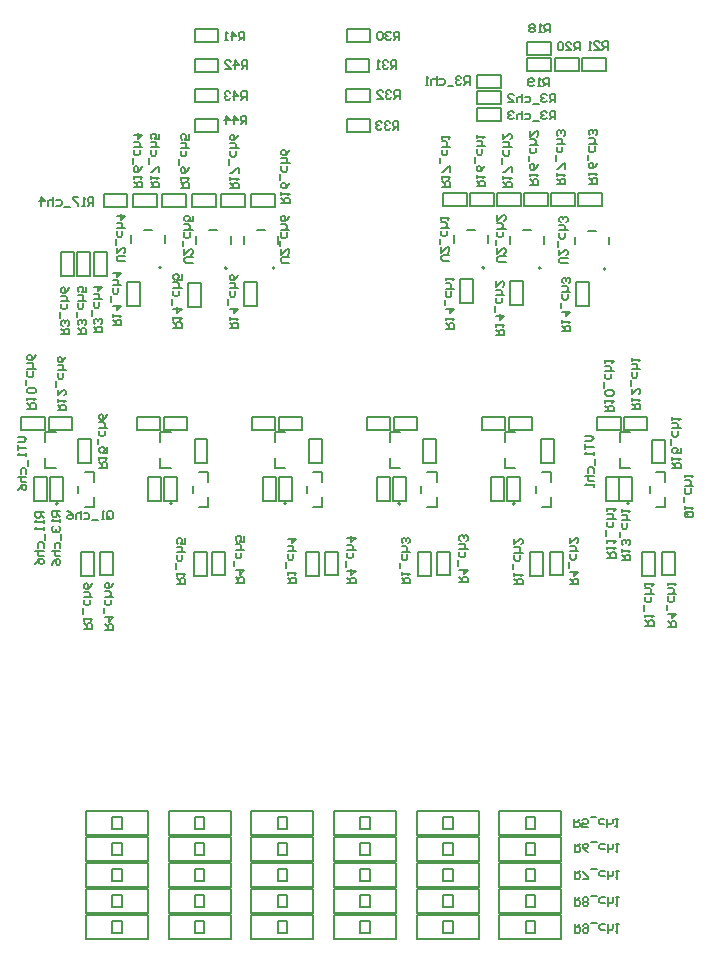
<source format=gbo>
G04*
G04 #@! TF.GenerationSoftware,Altium Limited,Altium Designer,20.0.13 (296)*
G04*
G04 Layer_Color=32896*
%FSLAX44Y44*%
%MOMM*%
G71*
G01*
G75*
%ADD10C,0.1500*%
%ADD12C,0.2000*%
%ADD16C,0.1270*%
D10*
X370697Y169000D02*
X423197D01*
Y148500D02*
Y169000D01*
X370697Y148500D02*
X423197D01*
X370697D02*
Y169000D01*
X400947Y154000D02*
Y163750D01*
X392947D02*
X400947D01*
X392947Y154000D02*
Y163750D01*
Y154000D02*
X400947D01*
X230682Y169000D02*
X283182D01*
Y148500D02*
Y169000D01*
X230682Y148500D02*
X283182D01*
X230682D02*
Y169000D01*
X260932Y154000D02*
Y163750D01*
X252932D02*
X260932D01*
X252932Y154000D02*
Y163750D01*
Y154000D02*
X260932D01*
X90667Y169000D02*
X143167D01*
Y148500D02*
Y169000D01*
X90667Y148500D02*
X143167D01*
X90667D02*
Y169000D01*
X120917Y154000D02*
Y163750D01*
X112917D02*
X120917D01*
X112917Y154000D02*
Y163750D01*
Y154000D02*
X120917D01*
X440705Y169000D02*
X493205D01*
Y148500D02*
Y169000D01*
X440705Y148500D02*
X493205D01*
X440705D02*
Y169000D01*
X470955Y154000D02*
Y163750D01*
X462955D02*
X470955D01*
X462955Y154000D02*
Y163750D01*
Y154000D02*
X470955D01*
X440705Y191000D02*
X493205D01*
Y170500D02*
Y191000D01*
X440705Y170500D02*
X493205D01*
X440705D02*
Y191000D01*
X470955Y176000D02*
Y185750D01*
X462955D02*
X470955D01*
X462955Y176000D02*
Y185750D01*
Y176000D02*
X470955D01*
X440705Y213000D02*
X493205D01*
Y192500D02*
Y213000D01*
X440705Y192500D02*
X493205D01*
X440705D02*
Y213000D01*
X470955Y198000D02*
Y207750D01*
X462955D02*
X470955D01*
X462955Y198000D02*
Y207750D01*
Y198000D02*
X470955D01*
X440705Y235000D02*
X493205D01*
Y214500D02*
Y235000D01*
X440705Y214500D02*
X493205D01*
X440705D02*
Y235000D01*
X470955Y220000D02*
Y229750D01*
X462955D02*
X470955D01*
X462955Y220000D02*
Y229750D01*
Y220000D02*
X470955D01*
X440705Y257000D02*
X493205D01*
Y236500D02*
Y257000D01*
X440705Y236500D02*
X493205D01*
X440705D02*
Y257000D01*
X470955Y242000D02*
Y251750D01*
X462955D02*
X470955D01*
X462955Y242000D02*
Y251750D01*
Y242000D02*
X470955D01*
X370697Y191000D02*
X423197D01*
Y170500D02*
Y191000D01*
X370697Y170500D02*
X423197D01*
X370697D02*
Y191000D01*
X400947Y176000D02*
Y185750D01*
X392947D02*
X400947D01*
X392947Y176000D02*
Y185750D01*
Y176000D02*
X400947D01*
X370697Y213000D02*
X423197D01*
Y192500D02*
Y213000D01*
X370697Y192500D02*
X423197D01*
X370697D02*
Y213000D01*
X400947Y198000D02*
Y207750D01*
X392947D02*
X400947D01*
X392947Y198000D02*
Y207750D01*
Y198000D02*
X400947D01*
X370697Y235000D02*
X423197D01*
Y214500D02*
Y235000D01*
X370697Y214500D02*
X423197D01*
X370697D02*
Y235000D01*
X400947Y220000D02*
Y229750D01*
X392947D02*
X400947D01*
X392947Y220000D02*
Y229750D01*
Y220000D02*
X400947D01*
X370697Y257000D02*
X423197D01*
Y236500D02*
Y257000D01*
X370697Y236500D02*
X423197D01*
X370697D02*
Y257000D01*
X400947Y242000D02*
Y251750D01*
X392947D02*
X400947D01*
X392947Y242000D02*
Y251750D01*
Y242000D02*
X400947D01*
X300690Y169000D02*
X353190D01*
Y148500D02*
Y169000D01*
X300690Y148500D02*
X353190D01*
X300690D02*
Y169000D01*
X330940Y154000D02*
Y163750D01*
X322940D02*
X330940D01*
X322940Y154000D02*
Y163750D01*
Y154000D02*
X330940D01*
X300690Y191000D02*
X353190D01*
Y170500D02*
Y191000D01*
X300690Y170500D02*
X353190D01*
X300690D02*
Y191000D01*
X330940Y176000D02*
Y185750D01*
X322940D02*
X330940D01*
X322940Y176000D02*
Y185750D01*
Y176000D02*
X330940D01*
X300690Y213000D02*
X353190D01*
Y192500D02*
Y213000D01*
X300690Y192500D02*
X353190D01*
X300690D02*
Y213000D01*
X330940Y198000D02*
Y207750D01*
X322940D02*
X330940D01*
X322940Y198000D02*
Y207750D01*
Y198000D02*
X330940D01*
X300690Y235000D02*
X353190D01*
Y214500D02*
Y235000D01*
X300690Y214500D02*
X353190D01*
X300690D02*
Y235000D01*
X330940Y220000D02*
Y229750D01*
X322940D02*
X330940D01*
X322940Y220000D02*
Y229750D01*
Y220000D02*
X330940D01*
X300690Y257000D02*
X353190D01*
Y236500D02*
Y257000D01*
X300690Y236500D02*
X353190D01*
X300690D02*
Y257000D01*
X330940Y242000D02*
Y251750D01*
X322940D02*
X330940D01*
X322940Y242000D02*
Y251750D01*
Y242000D02*
X330940D01*
X230682Y191000D02*
X283182D01*
Y170500D02*
Y191000D01*
X230682Y170500D02*
X283182D01*
X230682D02*
Y191000D01*
X260932Y176000D02*
Y185750D01*
X252932D02*
X260932D01*
X252932Y176000D02*
Y185750D01*
Y176000D02*
X260932D01*
X230682Y213000D02*
X283182D01*
Y192500D02*
Y213000D01*
X230682Y192500D02*
X283182D01*
X230682D02*
Y213000D01*
X260932Y198000D02*
Y207750D01*
X252932D02*
X260932D01*
X252932Y198000D02*
Y207750D01*
Y198000D02*
X260932D01*
X230682Y235000D02*
X283182D01*
Y214500D02*
Y235000D01*
X230682Y214500D02*
X283182D01*
X230682D02*
Y235000D01*
X260932Y220000D02*
Y229750D01*
X252932D02*
X260932D01*
X252932Y220000D02*
Y229750D01*
Y220000D02*
X260932D01*
X230682Y257000D02*
X283182D01*
Y236500D02*
Y257000D01*
X230682Y236500D02*
X283182D01*
X230682D02*
Y257000D01*
X260932Y242000D02*
Y251750D01*
X252932D02*
X260932D01*
X252932Y242000D02*
Y251750D01*
Y242000D02*
X260932D01*
X160675Y169000D02*
X213175D01*
Y148500D02*
Y169000D01*
X160675Y148500D02*
X213175D01*
X160675D02*
Y169000D01*
X190925Y154000D02*
Y163750D01*
X182925D02*
X190925D01*
X182925Y154000D02*
Y163750D01*
Y154000D02*
X190925D01*
X160675Y191000D02*
X213175D01*
Y170500D02*
Y191000D01*
X160675Y170500D02*
X213175D01*
X160675D02*
Y191000D01*
X190925Y176000D02*
Y185750D01*
X182925D02*
X190925D01*
X182925Y176000D02*
Y185750D01*
Y176000D02*
X190925D01*
X160675Y213000D02*
X213175D01*
Y192500D02*
Y213000D01*
X160675Y192500D02*
X213175D01*
X160675D02*
Y213000D01*
X190925Y198000D02*
Y207750D01*
X182925D02*
X190925D01*
X182925Y198000D02*
Y207750D01*
Y198000D02*
X190925D01*
X160675Y235000D02*
X213175D01*
Y214500D02*
Y235000D01*
X160675Y214500D02*
X213175D01*
X160675D02*
Y235000D01*
X190925Y220000D02*
Y229750D01*
X182925D02*
X190925D01*
X182925Y220000D02*
Y229750D01*
Y220000D02*
X190925D01*
X160675Y257000D02*
X213175D01*
Y236500D02*
Y257000D01*
X160675Y236500D02*
X213175D01*
X160675D02*
Y257000D01*
X190925Y242000D02*
Y251750D01*
X182925D02*
X190925D01*
X182925Y242000D02*
Y251750D01*
Y242000D02*
X190925D01*
X90667Y191000D02*
X143167D01*
Y170500D02*
Y191000D01*
X90667Y170500D02*
X143167D01*
X90667D02*
Y191000D01*
X120917Y176000D02*
Y185750D01*
X112917D02*
X120917D01*
X112917Y176000D02*
Y185750D01*
Y176000D02*
X120917D01*
X90667Y213000D02*
X143167D01*
Y192500D02*
Y213000D01*
X90667Y192500D02*
X143167D01*
X90667D02*
Y213000D01*
X120917Y198000D02*
Y207750D01*
X112917D02*
X120917D01*
X112917Y198000D02*
Y207750D01*
Y198000D02*
X120917D01*
X90667Y235000D02*
X143167D01*
Y214500D02*
Y235000D01*
X90667Y214500D02*
X143167D01*
X90667D02*
Y235000D01*
X120917Y220000D02*
Y229750D01*
X112917D02*
X120917D01*
X112917Y220000D02*
Y229750D01*
Y220000D02*
X120917D01*
X90667Y257000D02*
X143167D01*
Y236500D02*
Y257000D01*
X90667Y236500D02*
X143167D01*
X90667D02*
Y257000D01*
X120917Y242000D02*
Y251750D01*
X112917D02*
X120917D01*
X112917Y242000D02*
Y251750D01*
Y242000D02*
X120917D01*
D12*
X66750Y517250D02*
G03*
X66750Y517250I-1000J0D01*
G01*
X154500Y717150D02*
G03*
X154500Y717150I-1000J0D01*
G01*
X210000Y716650D02*
G03*
X210000Y716650I-1000J0D01*
G01*
X250500D02*
G03*
X250500Y716650I-1000J0D01*
G01*
X530500Y715900D02*
G03*
X530500Y715900I-1000J0D01*
G01*
X475750Y716650D02*
G03*
X475750Y716650I-1000J0D01*
G01*
X427875Y716900D02*
G03*
X427875Y716900I-1000J0D01*
G01*
X550500Y517250D02*
G03*
X550500Y517250I-1000J0D01*
G01*
X453750D02*
G03*
X453750Y517250I-1000J0D01*
G01*
X260250D02*
G03*
X260250Y517250I-1000J0D01*
G01*
X357000D02*
G03*
X357000Y517250I-1000J0D01*
G01*
X163500D02*
G03*
X163500Y517250I-1000J0D01*
G01*
X488000Y894500D02*
X508000D01*
Y883500D02*
Y894500D01*
X488000Y883500D02*
X508000D01*
X488000D02*
Y894500D01*
X510750Y883500D02*
X530750D01*
X510750D02*
Y894500D01*
X530750D01*
Y883500D02*
Y894500D01*
X55850Y577750D02*
X64850D01*
X55850Y569750D02*
Y577750D01*
Y547750D02*
X64850D01*
X55850D02*
Y555750D01*
X59200Y579250D02*
X79200D01*
X59200D02*
Y590250D01*
X79200D01*
Y579250D02*
Y590250D01*
X83500Y551750D02*
Y571750D01*
X94500D01*
Y551750D02*
Y571750D01*
X83500Y551750D02*
X94500D01*
X311500Y918750D02*
X331500D01*
Y907750D02*
Y918750D01*
X311500Y907750D02*
X331500D01*
X311500D02*
Y918750D01*
X310500Y893500D02*
X330500D01*
Y882500D02*
Y893500D01*
X310500Y882500D02*
X330500D01*
X310500D02*
Y893500D01*
X310750Y868250D02*
X330750D01*
Y857250D02*
Y868250D01*
X310750Y857250D02*
X330750D01*
X310750D02*
Y868250D01*
X421750Y869500D02*
X441750D01*
X421750D02*
Y880500D01*
X441750D01*
Y869500D02*
Y880500D01*
X464250Y883500D02*
X484250D01*
X464250D02*
Y894500D01*
X484250D01*
Y883500D02*
Y894500D01*
X421750Y855375D02*
X441750D01*
X421750D02*
Y866375D01*
X441750D01*
Y855375D02*
Y866375D01*
X421750Y841250D02*
X441750D01*
X421750D02*
Y852250D01*
X441750D01*
Y841250D02*
Y852250D01*
X311250Y843000D02*
X331250D01*
Y832000D02*
Y843000D01*
X311250Y832000D02*
X331250D01*
X311250D02*
Y843000D01*
X182500Y918750D02*
X202500D01*
Y907750D02*
Y918750D01*
X182500Y907750D02*
X202500D01*
X182500D02*
Y918750D01*
Y893417D02*
X202500D01*
Y882417D02*
Y893417D01*
X182500Y882417D02*
X202500D01*
X182500D02*
Y893417D01*
Y868083D02*
X202500D01*
Y857083D02*
Y868083D01*
X182500Y857083D02*
X202500D01*
X182500D02*
Y868083D01*
Y842750D02*
X202500D01*
Y831750D02*
Y842750D01*
X182500Y831750D02*
X202500D01*
X182500D02*
Y842750D01*
X125500Y768250D02*
Y779250D01*
X105500D02*
X125500D01*
X105500Y768250D02*
Y779250D01*
Y768250D02*
X125500D01*
X150450D02*
Y779250D01*
X130450D02*
X150450D01*
X130450Y768250D02*
Y779250D01*
Y768250D02*
X150450D01*
X175400D02*
Y779250D01*
X155400D02*
X175400D01*
X155400Y768250D02*
Y779250D01*
Y768250D02*
X175400D01*
X200350D02*
Y779250D01*
X180350D02*
X200350D01*
X180350Y768250D02*
Y779250D01*
Y768250D02*
X200350D01*
X225300D02*
Y779250D01*
X205300D02*
X225300D01*
X205300Y768250D02*
Y779250D01*
Y768250D02*
X225300D01*
X250250D02*
Y779250D01*
X230250D02*
X250250D01*
X230250Y768250D02*
Y779250D01*
Y768250D02*
X250250D01*
X69500Y710000D02*
Y730000D01*
X80500D01*
Y710000D02*
Y730000D01*
X69500Y710000D02*
X80500D01*
X83250D02*
Y730000D01*
X94250D01*
Y710000D02*
Y730000D01*
X83250Y710000D02*
X94250D01*
X97000Y710000D02*
Y730000D01*
X108000D01*
Y710000D02*
Y730000D01*
X97000Y710000D02*
X108000D01*
X125250Y684750D02*
X136250D01*
Y704750D01*
X125250D02*
X136250D01*
X125250Y684750D02*
Y704750D01*
X177125Y684000D02*
X188125D01*
Y704000D01*
X177125D02*
X188125D01*
X177125Y684000D02*
Y704000D01*
X224250Y684500D02*
X235250D01*
Y704500D01*
X224250D02*
X235250D01*
X224250Y684500D02*
Y704500D01*
X412875Y769250D02*
Y780250D01*
X392875D02*
X412875D01*
X392875Y769250D02*
Y780250D01*
Y769250D02*
X412875D01*
X435800D02*
Y780250D01*
X415800D02*
X435800D01*
X415800Y769250D02*
Y780250D01*
Y769250D02*
X435800D01*
X458725D02*
Y780250D01*
X438725D02*
X458725D01*
X438725Y769250D02*
Y780250D01*
Y769250D02*
X458725D01*
X481650D02*
Y780250D01*
X461650D02*
X481650D01*
X461650Y769250D02*
Y780250D01*
Y769250D02*
X481650D01*
X504575D02*
Y780250D01*
X484575D02*
X504575D01*
X484575Y769250D02*
Y780250D01*
Y769250D02*
X504575D01*
X527500D02*
Y780250D01*
X507500D02*
X527500D01*
X507500Y769250D02*
Y780250D01*
Y769250D02*
X527500D01*
X407000Y687250D02*
X418000D01*
Y707250D01*
X407000D02*
X418000D01*
X407000Y687250D02*
Y707250D01*
X449750Y685500D02*
X460750D01*
Y705500D01*
X449750D02*
X460750D01*
X449750Y685500D02*
Y705500D01*
X505500Y684750D02*
X516500D01*
Y704750D01*
X505500D02*
X516500D01*
X505500Y684750D02*
Y704750D01*
X523250Y590500D02*
X543250D01*
Y579500D02*
Y590500D01*
X523250Y579500D02*
X543250D01*
X523250D02*
Y590500D01*
X530750Y519500D02*
Y539500D01*
X541750D01*
Y519500D02*
Y539500D01*
X530750Y519500D02*
X541750D01*
X552750Y519500D02*
Y539500D01*
X541750Y519500D02*
X552750D01*
X541750D02*
Y539500D01*
X552750D01*
X542500Y577750D02*
X551500D01*
X542500Y569750D02*
Y577750D01*
Y547750D02*
X551500D01*
X542500D02*
Y555750D01*
X545850Y579250D02*
X565850D01*
X545850D02*
Y590250D01*
X565850D01*
Y579250D02*
Y590250D01*
X570000Y551500D02*
Y571500D01*
X581000D01*
Y551500D02*
Y571500D01*
X570000Y551500D02*
X581000D01*
X36000Y590500D02*
X56000D01*
Y579500D02*
Y590500D01*
X36000Y579500D02*
X56000D01*
X36000D02*
Y590500D01*
X46500Y519500D02*
Y539500D01*
X57500D01*
Y519500D02*
Y539500D01*
X46500Y519500D02*
X57500D01*
X71000Y519500D02*
Y539500D01*
X60000Y519500D02*
X71000D01*
X60000D02*
Y539500D01*
X71000D01*
X181750Y456250D02*
X192750D01*
Y476250D01*
X181750D02*
X192750D01*
X181750Y456250D02*
Y476250D01*
X197700Y456500D02*
X208700D01*
Y476500D01*
X197700D02*
X208700D01*
X197700Y456500D02*
Y476500D01*
X276750Y456250D02*
X287750D01*
Y476250D01*
X276750D02*
X287750D01*
X276750Y456250D02*
Y476250D01*
X292900Y456500D02*
X303900D01*
Y476500D01*
X292900D02*
X303900D01*
X292900Y456500D02*
Y476500D01*
X371750Y456250D02*
X382750D01*
Y476250D01*
X371750D02*
X382750D01*
X371750Y456250D02*
Y476250D01*
X388100Y456500D02*
X399100D01*
Y476500D01*
X388100D02*
X399100D01*
X388100Y456500D02*
Y476500D01*
X466750Y456250D02*
X477750D01*
Y476250D01*
X466750D02*
X477750D01*
X466750Y456250D02*
Y476250D01*
X483300Y456500D02*
X494300D01*
Y476500D01*
X483300D02*
X494300D01*
X483300Y456500D02*
Y476500D01*
X86750Y456250D02*
X97750D01*
Y476250D01*
X86750D02*
X97750D01*
X86750Y456250D02*
Y476250D01*
X102500Y456500D02*
X113500D01*
Y476500D01*
X102500D02*
X113500D01*
X102500Y456500D02*
Y476500D01*
X561750Y456250D02*
X572750D01*
Y476250D01*
X561750D02*
X572750D01*
X561750Y456250D02*
Y476250D01*
X578500Y456500D02*
X589500D01*
Y476500D01*
X578500D02*
X589500D01*
X578500Y456500D02*
Y476500D01*
X484250Y897000D02*
Y908000D01*
X464250D02*
X484250D01*
X464250Y897000D02*
Y908000D01*
Y897000D02*
X484250D01*
X328350Y579500D02*
Y590500D01*
Y579500D02*
X348350D01*
Y590500D01*
X328350D02*
X348350D01*
X425800Y579500D02*
Y590500D01*
Y579500D02*
X445800D01*
Y590500D01*
X425800D02*
X445800D01*
X447400Y539500D02*
X458400D01*
X447400Y519500D02*
Y539500D01*
Y519500D02*
X458400D01*
Y539500D01*
X176530Y579250D02*
Y590250D01*
X156530D02*
X176530D01*
X156530Y579250D02*
Y590250D01*
Y579250D02*
X176530D01*
X376250Y551750D02*
X387250D01*
Y571750D01*
X376250D02*
X387250D01*
X376250Y551750D02*
Y571750D01*
X156850Y539500D02*
X167850D01*
X156850Y519500D02*
Y539500D01*
Y519500D02*
X167850D01*
Y539500D01*
X350550D02*
X361550D01*
X350550Y519500D02*
Y539500D01*
Y519500D02*
X361550D01*
Y539500D01*
X143350Y519500D02*
X154350D01*
Y539500D01*
X143350D02*
X154350D01*
X143350Y519500D02*
Y539500D01*
X240200Y519500D02*
X251200D01*
Y539500D01*
X240200D02*
X251200D01*
X240200Y519500D02*
Y539500D01*
X433900Y519500D02*
X444900D01*
Y539500D01*
X433900D02*
X444900D01*
X433900Y519500D02*
Y539500D01*
X133450Y579500D02*
Y590500D01*
Y579500D02*
X153450D01*
Y590500D01*
X133450D02*
X153450D01*
X273860Y579250D02*
Y590250D01*
X253860D02*
X273860D01*
X253860Y579250D02*
Y590250D01*
Y579250D02*
X273860D01*
X371190D02*
Y590250D01*
X351190D02*
X371190D01*
X351190Y579250D02*
Y590250D01*
Y579250D02*
X371190D01*
X468520D02*
Y590250D01*
X448520D02*
X468520D01*
X448520Y579250D02*
Y590250D01*
Y579250D02*
X468520D01*
X182500Y552000D02*
X193500D01*
Y572000D01*
X182500D02*
X193500D01*
X182500Y552000D02*
Y572000D01*
X279500Y551750D02*
X290500D01*
Y571750D01*
X279500D02*
X290500D01*
X279500Y551750D02*
Y571750D01*
X475500Y551750D02*
X486500D01*
Y571750D01*
X475500D02*
X486500D01*
X475500Y551750D02*
Y571750D01*
X253700Y539500D02*
X264700D01*
X253700Y519500D02*
Y539500D01*
Y519500D02*
X264700D01*
Y539500D01*
X337050Y519500D02*
X348050D01*
Y539500D01*
X337050D02*
X348050D01*
X337050Y519500D02*
Y539500D01*
X230900Y579500D02*
Y590500D01*
Y579500D02*
X250900D01*
Y590500D01*
X230900D02*
X250900D01*
X347840Y547750D02*
Y555750D01*
Y547750D02*
X356840D01*
X347840Y569750D02*
Y577750D01*
X356840D01*
X153180Y547750D02*
Y555750D01*
Y547750D02*
X162180D01*
X153180Y569750D02*
Y577750D01*
X162180D01*
X445170Y547750D02*
Y555750D01*
Y547750D02*
X454170D01*
X445170Y569750D02*
Y577750D01*
X454170D01*
X250510Y547750D02*
Y555750D01*
Y547750D02*
X259510D01*
X250510Y569750D02*
Y577750D01*
X259510D01*
X262832Y721173D02*
X257001D01*
X255834Y722339D01*
Y724672D01*
X257001Y725838D01*
X262832D01*
X255834Y732836D02*
Y728171D01*
X260499Y732836D01*
X261666D01*
X262832Y731670D01*
Y729337D01*
X261666Y728171D01*
X254668Y735169D02*
Y739834D01*
X260499Y746831D02*
Y743333D01*
X259333Y742166D01*
X257001D01*
X255834Y743333D01*
Y746831D01*
X262832Y749164D02*
X255834D01*
X259333D01*
X260499Y750330D01*
Y752663D01*
X259333Y753829D01*
X255834D01*
X262832Y760827D02*
X261666Y758494D01*
X259333Y756162D01*
X257001D01*
X255834Y757328D01*
Y759661D01*
X257001Y760827D01*
X258167D01*
X259333Y759661D01*
Y756162D01*
X180832Y721173D02*
X175000D01*
X173834Y722339D01*
Y724672D01*
X175000Y725838D01*
X180832D01*
X173834Y732836D02*
Y728171D01*
X178499Y732836D01*
X179666D01*
X180832Y731670D01*
Y729337D01*
X179666Y728171D01*
X172668Y735169D02*
Y739834D01*
X178499Y746831D02*
Y743333D01*
X177333Y742166D01*
X175000D01*
X173834Y743333D01*
Y746831D01*
X180832Y749164D02*
X173834D01*
X177333D01*
X178499Y750330D01*
Y752663D01*
X177333Y753829D01*
X173834D01*
X180832Y760827D02*
Y756162D01*
X177333D01*
X178499Y758494D01*
Y759661D01*
X177333Y760827D01*
X175000D01*
X173834Y759661D01*
Y757328D01*
X175000Y756162D01*
X123832Y722423D02*
X118001D01*
X116834Y723589D01*
Y725922D01*
X118001Y727088D01*
X123832D01*
X116834Y734086D02*
Y729421D01*
X121500Y734086D01*
X122666D01*
X123832Y732920D01*
Y730587D01*
X122666Y729421D01*
X115668Y736419D02*
Y741084D01*
X121500Y748082D02*
Y744583D01*
X120333Y743416D01*
X118001D01*
X116834Y744583D01*
Y748082D01*
X123832Y750414D02*
X116834D01*
X120333D01*
X121500Y751580D01*
Y753913D01*
X120333Y755079D01*
X116834D01*
Y760911D02*
X123832D01*
X120333Y757412D01*
Y762077D01*
X498332Y720673D02*
X492501D01*
X491334Y721839D01*
Y724172D01*
X492501Y725338D01*
X498332D01*
X491334Y732336D02*
Y727671D01*
X495999Y732336D01*
X497166D01*
X498332Y731170D01*
Y728837D01*
X497166Y727671D01*
X490168Y734669D02*
Y739334D01*
X495999Y746331D02*
Y742833D01*
X494833Y741666D01*
X492501D01*
X491334Y742833D01*
Y746331D01*
X498332Y748664D02*
X491334D01*
X494833D01*
X495999Y749830D01*
Y752163D01*
X494833Y753329D01*
X491334D01*
X497166Y755662D02*
X498332Y756828D01*
Y759161D01*
X497166Y760327D01*
X495999D01*
X494833Y759161D01*
Y757994D01*
Y759161D01*
X493667Y760327D01*
X492501D01*
X491334Y759161D01*
Y756828D01*
X492501Y755662D01*
X445832Y721923D02*
X440001D01*
X438834Y723089D01*
Y725422D01*
X440001Y726588D01*
X445832D01*
X438834Y733586D02*
Y728921D01*
X443499Y733586D01*
X444666D01*
X445832Y732420D01*
Y730087D01*
X444666Y728921D01*
X437668Y735919D02*
Y740584D01*
X443499Y747581D02*
Y744083D01*
X442333Y742916D01*
X440001D01*
X438834Y744083D01*
Y747581D01*
X445832Y749914D02*
X438834D01*
X442333D01*
X443499Y751080D01*
Y753413D01*
X442333Y754579D01*
X438834D01*
Y761577D02*
Y756912D01*
X443499Y761577D01*
X444666D01*
X445832Y760411D01*
Y758078D01*
X444666Y756912D01*
X398332Y722839D02*
X392501D01*
X391334Y724006D01*
Y726338D01*
X392501Y727505D01*
X398332D01*
X391334Y734502D02*
Y729837D01*
X395999Y734502D01*
X397166D01*
X398332Y733336D01*
Y731003D01*
X397166Y729837D01*
X390168Y736835D02*
Y741500D01*
X395999Y748498D02*
Y744999D01*
X394833Y743832D01*
X392501D01*
X391334Y744999D01*
Y748498D01*
X398332Y750830D02*
X391334D01*
X394833D01*
X395999Y751997D01*
Y754329D01*
X394833Y755496D01*
X391334D01*
Y757828D02*
Y760161D01*
Y758994D01*
X398332D01*
X397166Y757828D01*
X212834Y784257D02*
X219832D01*
Y787756D01*
X218666Y788923D01*
X216333D01*
X215167Y787756D01*
Y784257D01*
Y786590D02*
X212834Y788923D01*
Y791255D02*
Y793588D01*
Y792421D01*
X219832D01*
X218666Y791255D01*
X219832Y797086D02*
Y801752D01*
X218666D01*
X214001Y797086D01*
X212834D01*
X211668Y804084D02*
Y808749D01*
X217499Y815747D02*
Y812248D01*
X216333Y811082D01*
X214001D01*
X212834Y812248D01*
Y815747D01*
X219832Y818080D02*
X212834D01*
X216333D01*
X217499Y819246D01*
Y821579D01*
X216333Y822745D01*
X212834D01*
X219832Y829743D02*
X218666Y827410D01*
X216333Y825078D01*
X214001D01*
X212834Y826244D01*
Y828576D01*
X214001Y829743D01*
X215167D01*
X216333Y828576D01*
Y825078D01*
X145334Y785007D02*
X152332D01*
Y788506D01*
X151166Y789672D01*
X148833D01*
X147667Y788506D01*
Y785007D01*
Y787340D02*
X145334Y789672D01*
Y792005D02*
Y794338D01*
Y793171D01*
X152332D01*
X151166Y792005D01*
X152332Y797837D02*
Y802502D01*
X151166D01*
X146501Y797837D01*
X145334D01*
X144168Y804834D02*
Y809499D01*
X149999Y816497D02*
Y812998D01*
X148833Y811832D01*
X146501D01*
X145334Y812998D01*
Y816497D01*
X152332Y818830D02*
X145334D01*
X148833D01*
X149999Y819996D01*
Y822329D01*
X148833Y823495D01*
X145334D01*
X152332Y830493D02*
Y825827D01*
X148833D01*
X149999Y828160D01*
Y829326D01*
X148833Y830493D01*
X146501D01*
X145334Y829326D01*
Y826994D01*
X146501Y825827D01*
X96743Y769584D02*
Y776582D01*
X93244D01*
X92078Y775416D01*
Y773083D01*
X93244Y771917D01*
X96743D01*
X94410D02*
X92078Y769584D01*
X89745D02*
X87412D01*
X88579D01*
Y776582D01*
X89745Y775416D01*
X83913Y776582D02*
X79248D01*
Y775416D01*
X83913Y770751D01*
Y769584D01*
X76916Y768418D02*
X72251D01*
X65253Y774249D02*
X68752D01*
X69918Y773083D01*
Y770751D01*
X68752Y769584D01*
X65253D01*
X62920Y776582D02*
Y769584D01*
Y773083D01*
X61754Y774249D01*
X59421D01*
X58255Y773083D01*
Y769584D01*
X52424D02*
Y776582D01*
X55922Y773083D01*
X51257D01*
X489334Y787757D02*
X496332D01*
Y791256D01*
X495166Y792422D01*
X492833D01*
X491667Y791256D01*
Y787757D01*
Y790090D02*
X489334Y792422D01*
Y794755D02*
Y797088D01*
Y795921D01*
X496332D01*
X495166Y794755D01*
X496332Y800586D02*
Y805252D01*
X495166D01*
X490501Y800586D01*
X489334D01*
X488168Y807584D02*
Y812250D01*
X493999Y819247D02*
Y815748D01*
X492833Y814582D01*
X490501D01*
X489334Y815748D01*
Y819247D01*
X496332Y821580D02*
X489334D01*
X492833D01*
X493999Y822746D01*
Y825079D01*
X492833Y826245D01*
X489334D01*
X495166Y828577D02*
X496332Y829744D01*
Y832076D01*
X495166Y833243D01*
X493999D01*
X492833Y832076D01*
Y830910D01*
Y832076D01*
X491667Y833243D01*
X490501D01*
X489334Y832076D01*
Y829744D01*
X490501Y828577D01*
X444084Y785007D02*
X451082D01*
Y788506D01*
X449916Y789672D01*
X447583D01*
X446417Y788506D01*
Y785007D01*
Y787340D02*
X444084Y789672D01*
Y792005D02*
Y794338D01*
Y793171D01*
X451082D01*
X449916Y792005D01*
X451082Y797837D02*
Y802502D01*
X449916D01*
X445251Y797837D01*
X444084D01*
X442918Y804834D02*
Y809499D01*
X448749Y816497D02*
Y812998D01*
X447583Y811832D01*
X445251D01*
X444084Y812998D01*
Y816497D01*
X451082Y818830D02*
X444084D01*
X447583D01*
X448749Y819996D01*
Y822329D01*
X447583Y823495D01*
X444084D01*
Y830493D02*
Y825827D01*
X448749Y830493D01*
X449916D01*
X451082Y829326D01*
Y826994D01*
X449916Y825827D01*
X391834Y785424D02*
X398832D01*
Y788923D01*
X397666Y790089D01*
X395333D01*
X394167Y788923D01*
Y785424D01*
Y787756D02*
X391834Y790089D01*
Y792421D02*
Y794754D01*
Y793588D01*
X398832D01*
X397666Y792421D01*
X398832Y798253D02*
Y802918D01*
X397666D01*
X393001Y798253D01*
X391834D01*
X390668Y805251D02*
Y809916D01*
X396499Y816914D02*
Y813415D01*
X395333Y812248D01*
X393001D01*
X391834Y813415D01*
Y816914D01*
X398832Y819246D02*
X391834D01*
X395333D01*
X396499Y820412D01*
Y822745D01*
X395333Y823911D01*
X391834D01*
Y826244D02*
Y828576D01*
Y827410D01*
X398832D01*
X397666Y826244D01*
X256084Y771507D02*
X263082D01*
Y775006D01*
X261916Y776172D01*
X259583D01*
X258417Y775006D01*
Y771507D01*
Y773840D02*
X256084Y776172D01*
Y778505D02*
Y780838D01*
Y779671D01*
X263082D01*
X261916Y778505D01*
X263082Y789002D02*
X261916Y786669D01*
X259583Y784336D01*
X257251D01*
X256084Y785503D01*
Y787835D01*
X257251Y789002D01*
X258417D01*
X259583Y787835D01*
Y784336D01*
X254918Y791334D02*
Y795999D01*
X260749Y802997D02*
Y799498D01*
X259583Y798332D01*
X257251D01*
X256084Y799498D01*
Y802997D01*
X263082Y805330D02*
X256084D01*
X259583D01*
X260749Y806496D01*
Y808829D01*
X259583Y809995D01*
X256084D01*
X263082Y816993D02*
X261916Y814660D01*
X259583Y812327D01*
X257251D01*
X256084Y813494D01*
Y815826D01*
X257251Y816993D01*
X258417D01*
X259583Y815826D01*
Y812327D01*
X170834Y784507D02*
X177832D01*
Y788006D01*
X176666Y789173D01*
X174333D01*
X173167Y788006D01*
Y784507D01*
Y786840D02*
X170834Y789173D01*
Y791505D02*
Y793838D01*
Y792671D01*
X177832D01*
X176666Y791505D01*
X177832Y802002D02*
X176666Y799669D01*
X174333Y797337D01*
X172001D01*
X170834Y798503D01*
Y800835D01*
X172001Y802002D01*
X173167D01*
X174333Y800835D01*
Y797337D01*
X169668Y804334D02*
Y808999D01*
X175499Y815997D02*
Y812498D01*
X174333Y811332D01*
X172001D01*
X170834Y812498D01*
Y815997D01*
X177832Y818330D02*
X170834D01*
X174333D01*
X175499Y819496D01*
Y821829D01*
X174333Y822995D01*
X170834D01*
X177832Y829993D02*
Y825328D01*
X174333D01*
X175499Y827660D01*
Y828826D01*
X174333Y829993D01*
X172001D01*
X170834Y828826D01*
Y826494D01*
X172001Y825328D01*
X131334Y785257D02*
X138332D01*
Y788756D01*
X137166Y789922D01*
X134833D01*
X133667Y788756D01*
Y785257D01*
Y787590D02*
X131334Y789922D01*
Y792255D02*
Y794588D01*
Y793421D01*
X138332D01*
X137166Y792255D01*
X138332Y802752D02*
X137166Y800419D01*
X134833Y798086D01*
X132501D01*
X131334Y799253D01*
Y801585D01*
X132501Y802752D01*
X133667D01*
X134833Y801585D01*
Y798086D01*
X130168Y805084D02*
Y809750D01*
X135999Y816747D02*
Y813248D01*
X134833Y812082D01*
X132501D01*
X131334Y813248D01*
Y816747D01*
X138332Y819080D02*
X131334D01*
X134833D01*
X135999Y820246D01*
Y822579D01*
X134833Y823745D01*
X131334D01*
Y829576D02*
X138332D01*
X134833Y826077D01*
Y830743D01*
X516584Y788257D02*
X523582D01*
Y791756D01*
X522416Y792923D01*
X520083D01*
X518917Y791756D01*
Y788257D01*
Y790590D02*
X516584Y792923D01*
Y795255D02*
Y797588D01*
Y796421D01*
X523582D01*
X522416Y795255D01*
X523582Y805752D02*
X522416Y803419D01*
X520083Y801087D01*
X517751D01*
X516584Y802253D01*
Y804585D01*
X517751Y805752D01*
X518917D01*
X520083Y804585D01*
Y801087D01*
X515418Y808084D02*
Y812749D01*
X521250Y819747D02*
Y816248D01*
X520083Y815082D01*
X517751D01*
X516584Y816248D01*
Y819747D01*
X523582Y822080D02*
X516584D01*
X520083D01*
X521250Y823246D01*
Y825579D01*
X520083Y826745D01*
X516584D01*
X522416Y829078D02*
X523582Y830244D01*
Y832576D01*
X522416Y833743D01*
X521250D01*
X520083Y832576D01*
Y831410D01*
Y832576D01*
X518917Y833743D01*
X517751D01*
X516584Y832576D01*
Y830244D01*
X517751Y829078D01*
X466584Y787257D02*
X473582D01*
Y790756D01*
X472416Y791923D01*
X470083D01*
X468917Y790756D01*
Y787257D01*
Y789590D02*
X466584Y791923D01*
Y794255D02*
Y796588D01*
Y795421D01*
X473582D01*
X472416Y794255D01*
X473582Y804752D02*
X472416Y802419D01*
X470083Y800087D01*
X467751D01*
X466584Y801253D01*
Y803585D01*
X467751Y804752D01*
X468917D01*
X470083Y803585D01*
Y800087D01*
X465418Y807084D02*
Y811749D01*
X471250Y818747D02*
Y815248D01*
X470083Y814082D01*
X467751D01*
X466584Y815248D01*
Y818747D01*
X473582Y821080D02*
X466584D01*
X470083D01*
X471250Y822246D01*
Y824579D01*
X470083Y825745D01*
X466584D01*
Y832743D02*
Y828077D01*
X471250Y832743D01*
X472416D01*
X473582Y831576D01*
Y829244D01*
X472416Y828077D01*
X421334Y785924D02*
X428332D01*
Y789423D01*
X427166Y790589D01*
X424833D01*
X423667Y789423D01*
Y785924D01*
Y788256D02*
X421334Y790589D01*
Y792921D02*
Y795254D01*
Y794088D01*
X428332D01*
X427166Y792921D01*
X428332Y803418D02*
X427166Y801085D01*
X424833Y798753D01*
X422501D01*
X421334Y799919D01*
Y802252D01*
X422501Y803418D01*
X423667D01*
X424833Y802252D01*
Y798753D01*
X420168Y805751D02*
Y810416D01*
X425999Y817413D02*
Y813915D01*
X424833Y812748D01*
X422501D01*
X421334Y813915D01*
Y817413D01*
X428332Y819746D02*
X421334D01*
X424833D01*
X425999Y820912D01*
Y823245D01*
X424833Y824411D01*
X421334D01*
Y826744D02*
Y829076D01*
Y827910D01*
X428332D01*
X427166Y826744D01*
X212334Y665757D02*
X219332D01*
Y669256D01*
X218166Y670423D01*
X215833D01*
X214667Y669256D01*
Y665757D01*
Y668090D02*
X212334Y670423D01*
Y672755D02*
Y675088D01*
Y673921D01*
X219332D01*
X218166Y672755D01*
X212334Y682085D02*
X219332D01*
X215833Y678587D01*
Y683252D01*
X211168Y685584D02*
Y690249D01*
X216999Y697247D02*
Y693748D01*
X215833Y692582D01*
X213501D01*
X212334Y693748D01*
Y697247D01*
X219332Y699580D02*
X212334D01*
X215833D01*
X216999Y700746D01*
Y703079D01*
X215833Y704245D01*
X212334D01*
X219332Y711243D02*
X218166Y708910D01*
X215833Y706578D01*
X213501D01*
X212334Y707744D01*
Y710076D01*
X213501Y711243D01*
X214667D01*
X215833Y710076D01*
Y706578D01*
X164584Y666007D02*
X171582D01*
Y669506D01*
X170416Y670673D01*
X168083D01*
X166917Y669506D01*
Y666007D01*
Y668340D02*
X164584Y670673D01*
Y673005D02*
Y675338D01*
Y674171D01*
X171582D01*
X170416Y673005D01*
X164584Y682335D02*
X171582D01*
X168083Y678837D01*
Y683502D01*
X163418Y685834D02*
Y690499D01*
X169249Y697497D02*
Y693998D01*
X168083Y692832D01*
X165751D01*
X164584Y693998D01*
Y697497D01*
X171582Y699830D02*
X164584D01*
X168083D01*
X169249Y700996D01*
Y703329D01*
X168083Y704495D01*
X164584D01*
X171582Y711493D02*
Y706827D01*
X168083D01*
X169249Y709160D01*
Y710326D01*
X168083Y711493D01*
X165751D01*
X164584Y710326D01*
Y707994D01*
X165751Y706827D01*
X113334Y668257D02*
X120332D01*
Y671756D01*
X119166Y672923D01*
X116833D01*
X115667Y671756D01*
Y668257D01*
Y670590D02*
X113334Y672923D01*
Y675255D02*
Y677588D01*
Y676421D01*
X120332D01*
X119166Y675255D01*
X113334Y684585D02*
X120332D01*
X116833Y681087D01*
Y685752D01*
X112168Y688084D02*
Y692749D01*
X117999Y699747D02*
Y696248D01*
X116833Y695082D01*
X114501D01*
X113334Y696248D01*
Y699747D01*
X120332Y702080D02*
X113334D01*
X116833D01*
X117999Y703246D01*
Y705579D01*
X116833Y706745D01*
X113334D01*
Y712576D02*
X120332D01*
X116833Y709078D01*
Y713743D01*
X493834Y663007D02*
X500832D01*
Y666506D01*
X499666Y667673D01*
X497333D01*
X496167Y666506D01*
Y663007D01*
Y665340D02*
X493834Y667673D01*
Y670005D02*
Y672338D01*
Y671171D01*
X500832D01*
X499666Y670005D01*
X493834Y679335D02*
X500832D01*
X497333Y675836D01*
Y680502D01*
X492668Y682834D02*
Y687499D01*
X498499Y694497D02*
Y690998D01*
X497333Y689832D01*
X495001D01*
X493834Y690998D01*
Y694497D01*
X500832Y696830D02*
X493834D01*
X497333D01*
X498499Y697996D01*
Y700329D01*
X497333Y701495D01*
X493834D01*
X499666Y703828D02*
X500832Y704994D01*
Y707326D01*
X499666Y708493D01*
X498499D01*
X497333Y707326D01*
Y706160D01*
Y707326D01*
X496167Y708493D01*
X495001D01*
X493834Y707326D01*
Y704994D01*
X495001Y703828D01*
X437834Y660007D02*
X444832D01*
Y663506D01*
X443666Y664672D01*
X441333D01*
X440167Y663506D01*
Y660007D01*
Y662340D02*
X437834Y664672D01*
Y667005D02*
Y669338D01*
Y668171D01*
X444832D01*
X443666Y667005D01*
X437834Y676335D02*
X444832D01*
X441333Y672837D01*
Y677502D01*
X436668Y679834D02*
Y684499D01*
X442499Y691497D02*
Y687998D01*
X441333Y686832D01*
X439001D01*
X437834Y687998D01*
Y691497D01*
X444832Y693830D02*
X437834D01*
X441333D01*
X442499Y694996D01*
Y697329D01*
X441333Y698495D01*
X437834D01*
Y705493D02*
Y700827D01*
X442499Y705493D01*
X443666D01*
X444832Y704326D01*
Y701994D01*
X443666Y700827D01*
X395334Y665424D02*
X402332D01*
Y668923D01*
X401166Y670089D01*
X398833D01*
X397667Y668923D01*
Y665424D01*
Y667756D02*
X395334Y670089D01*
Y672421D02*
Y674754D01*
Y673588D01*
X402332D01*
X401166Y672421D01*
X395334Y681752D02*
X402332D01*
X398833Y678253D01*
Y682918D01*
X394168Y685251D02*
Y689916D01*
X400000Y696914D02*
Y693415D01*
X398833Y692248D01*
X396501D01*
X395334Y693415D01*
Y696914D01*
X402332Y699246D02*
X395334D01*
X398833D01*
X400000Y700412D01*
Y702745D01*
X398833Y703911D01*
X395334D01*
Y706244D02*
Y708576D01*
Y707410D01*
X402332D01*
X401166Y706244D01*
X504294Y161121D02*
Y154123D01*
X507793D01*
X508959Y155289D01*
Y157622D01*
X507793Y158788D01*
X504294D01*
X506627D02*
X508959Y161121D01*
X511292Y159955D02*
X512458Y161121D01*
X514790D01*
X515957Y159955D01*
Y155289D01*
X514790Y154123D01*
X512458D01*
X511292Y155289D01*
Y156456D01*
X512458Y157622D01*
X515957D01*
X518289Y162287D02*
X522955D01*
X529952Y156456D02*
X526453D01*
X525287Y157622D01*
Y159955D01*
X526453Y161121D01*
X529952D01*
X532285Y154123D02*
Y161121D01*
Y157622D01*
X533451Y156456D01*
X535784D01*
X536950Y157622D01*
Y161121D01*
X539283D02*
X541615D01*
X540449D01*
Y154123D01*
X539283Y155289D01*
X504294Y183871D02*
Y176873D01*
X507793D01*
X508959Y178039D01*
Y180372D01*
X507793Y181538D01*
X504294D01*
X506627D02*
X508959Y183871D01*
X511292Y178039D02*
X512458Y176873D01*
X514790D01*
X515957Y178039D01*
Y179206D01*
X514790Y180372D01*
X515957Y181538D01*
Y182705D01*
X514790Y183871D01*
X512458D01*
X511292Y182705D01*
Y181538D01*
X512458Y180372D01*
X511292Y179206D01*
Y178039D01*
X512458Y180372D02*
X514790D01*
X518289Y185037D02*
X522955D01*
X529952Y179206D02*
X526453D01*
X525287Y180372D01*
Y182705D01*
X526453Y183871D01*
X529952D01*
X532285Y176873D02*
Y183871D01*
Y180372D01*
X533451Y179206D01*
X535784D01*
X536950Y180372D01*
Y183871D01*
X539283D02*
X541615D01*
X540449D01*
Y176873D01*
X539283Y178039D01*
X504294Y206621D02*
Y199623D01*
X507793D01*
X508959Y200790D01*
Y203122D01*
X507793Y204288D01*
X504294D01*
X506627D02*
X508959Y206621D01*
X511292Y199623D02*
X515957D01*
Y200790D01*
X511292Y205455D01*
Y206621D01*
X518289Y207787D02*
X522955D01*
X529952Y201956D02*
X526453D01*
X525287Y203122D01*
Y205455D01*
X526453Y206621D01*
X529952D01*
X532285Y199623D02*
Y206621D01*
Y203122D01*
X533451Y201956D01*
X535784D01*
X536950Y203122D01*
Y206621D01*
X539283D02*
X541615D01*
X540449D01*
Y199623D01*
X539283Y200790D01*
X504294Y229371D02*
Y222373D01*
X507793D01*
X508959Y223540D01*
Y225872D01*
X507793Y227038D01*
X504294D01*
X506627D02*
X508959Y229371D01*
X515957Y222373D02*
X513624Y223540D01*
X511292Y225872D01*
Y228205D01*
X512458Y229371D01*
X514790D01*
X515957Y228205D01*
Y227038D01*
X514790Y225872D01*
X511292D01*
X518289Y230537D02*
X522955D01*
X529952Y224706D02*
X526453D01*
X525287Y225872D01*
Y228205D01*
X526453Y229371D01*
X529952D01*
X532285Y222373D02*
Y229371D01*
Y225872D01*
X533451Y224706D01*
X535784D01*
X536950Y225872D01*
Y229371D01*
X539283D02*
X541615D01*
X540449D01*
Y222373D01*
X539283Y223540D01*
X503839Y250416D02*
Y243418D01*
X507338D01*
X508504Y244584D01*
Y246917D01*
X507338Y248083D01*
X503839D01*
X506172D02*
X508504Y250416D01*
X515502Y243418D02*
X510837D01*
Y246917D01*
X513170Y245751D01*
X514336D01*
X515502Y246917D01*
Y249249D01*
X514336Y250416D01*
X512003D01*
X510837Y249249D01*
X517835Y251582D02*
X522500D01*
X529498Y245751D02*
X525999D01*
X524832Y246917D01*
Y249249D01*
X525999Y250416D01*
X529498D01*
X531830Y243418D02*
Y250416D01*
Y246917D01*
X532997Y245751D01*
X535329D01*
X536495Y246917D01*
Y250416D01*
X538828D02*
X541161D01*
X539994D01*
Y243418D01*
X538828Y244584D01*
X106834Y410423D02*
X113832D01*
Y413922D01*
X112666Y415088D01*
X110333D01*
X109167Y413922D01*
Y410423D01*
Y412756D02*
X106834Y415088D01*
Y420920D02*
X113832D01*
X110333Y417421D01*
Y422086D01*
X105668Y424418D02*
Y429084D01*
X111499Y436081D02*
Y432583D01*
X110333Y431416D01*
X108000D01*
X106834Y432583D01*
Y436081D01*
X113832Y438414D02*
X106834D01*
X110333D01*
X111499Y439580D01*
Y441913D01*
X110333Y443079D01*
X106834D01*
X113832Y450077D02*
X112666Y447744D01*
X110333Y445412D01*
X108000D01*
X106834Y446578D01*
Y448911D01*
X108000Y450077D01*
X109167D01*
X110333Y448911D01*
Y445412D01*
X217334Y450173D02*
X224332D01*
Y453672D01*
X223166Y454838D01*
X220833D01*
X219667Y453672D01*
Y450173D01*
Y452506D02*
X217334Y454838D01*
Y460670D02*
X224332D01*
X220833Y457171D01*
Y461836D01*
X216168Y464169D02*
Y468834D01*
X221999Y475831D02*
Y472333D01*
X220833Y471166D01*
X218501D01*
X217334Y472333D01*
Y475831D01*
X224332Y478164D02*
X217334D01*
X220833D01*
X221999Y479330D01*
Y481663D01*
X220833Y482829D01*
X217334D01*
X224332Y489827D02*
Y485162D01*
X220833D01*
X221999Y487494D01*
Y488661D01*
X220833Y489827D01*
X218501D01*
X217334Y488661D01*
Y486328D01*
X218501Y485162D01*
X311834Y449923D02*
X318832D01*
Y453422D01*
X317666Y454588D01*
X315333D01*
X314167Y453422D01*
Y449923D01*
Y452256D02*
X311834Y454588D01*
Y460420D02*
X318832D01*
X315333Y456921D01*
Y461586D01*
X310668Y463918D02*
Y468584D01*
X316499Y475581D02*
Y472082D01*
X315333Y470916D01*
X313001D01*
X311834Y472082D01*
Y475581D01*
X318832Y477914D02*
X311834D01*
X315333D01*
X316499Y479080D01*
Y481413D01*
X315333Y482579D01*
X311834D01*
Y488411D02*
X318832D01*
X315333Y484912D01*
Y489577D01*
X406834Y450673D02*
X413832D01*
Y454172D01*
X412666Y455338D01*
X410333D01*
X409167Y454172D01*
Y450673D01*
Y453006D02*
X406834Y455338D01*
Y461170D02*
X413832D01*
X410333Y457671D01*
Y462336D01*
X405668Y464669D02*
Y469334D01*
X411499Y476331D02*
Y472833D01*
X410333Y471666D01*
X408001D01*
X406834Y472833D01*
Y476331D01*
X413832Y478664D02*
X406834D01*
X410333D01*
X411499Y479830D01*
Y482163D01*
X410333Y483329D01*
X406834D01*
X412666Y485662D02*
X413832Y486828D01*
Y489161D01*
X412666Y490327D01*
X411499D01*
X410333Y489161D01*
Y487994D01*
Y489161D01*
X409167Y490327D01*
X408001D01*
X406834Y489161D01*
Y486828D01*
X408001Y485662D01*
X500584Y448923D02*
X507582D01*
Y452422D01*
X506416Y453588D01*
X504083D01*
X502917Y452422D01*
Y448923D01*
Y451256D02*
X500584Y453588D01*
Y459420D02*
X507582D01*
X504083Y455921D01*
Y460586D01*
X499418Y462919D02*
Y467584D01*
X505249Y474581D02*
Y471082D01*
X504083Y469916D01*
X501751D01*
X500584Y471082D01*
Y474581D01*
X507582Y476914D02*
X500584D01*
X504083D01*
X505249Y478080D01*
Y480413D01*
X504083Y481579D01*
X500584D01*
Y488577D02*
Y483912D01*
X505249Y488577D01*
X506416D01*
X507582Y487411D01*
Y485078D01*
X506416Y483912D01*
X583584Y413089D02*
X590582D01*
Y416588D01*
X589416Y417755D01*
X587083D01*
X585917Y416588D01*
Y413089D01*
Y415422D02*
X583584Y417755D01*
Y423586D02*
X590582D01*
X587083Y420087D01*
Y424752D01*
X582418Y427085D02*
Y431750D01*
X588249Y438748D02*
Y435249D01*
X587083Y434083D01*
X584751D01*
X583584Y435249D01*
Y438748D01*
X590582Y441080D02*
X583584D01*
X587083D01*
X588249Y442247D01*
Y444579D01*
X587083Y445746D01*
X583584D01*
Y448078D02*
Y450411D01*
Y449244D01*
X590582D01*
X589416Y448078D01*
X89084Y411256D02*
X96082D01*
Y414755D01*
X94916Y415921D01*
X92583D01*
X91417Y414755D01*
Y411256D01*
Y413589D02*
X89084Y415921D01*
Y418254D02*
Y420587D01*
Y419420D01*
X96082D01*
X94916Y418254D01*
X87918Y424085D02*
Y428751D01*
X93749Y435748D02*
Y432249D01*
X92583Y431083D01*
X90251D01*
X89084Y432249D01*
Y435748D01*
X96082Y438081D02*
X89084D01*
X92583D01*
X93749Y439247D01*
Y441580D01*
X92583Y442746D01*
X89084D01*
X96082Y449744D02*
X94916Y447411D01*
X92583Y445079D01*
X90251D01*
X89084Y446245D01*
Y448577D01*
X90251Y449744D01*
X91417D01*
X92583Y448577D01*
Y445079D01*
X167584Y449256D02*
X174582D01*
Y452755D01*
X173416Y453921D01*
X171083D01*
X169917Y452755D01*
Y449256D01*
Y451589D02*
X167584Y453921D01*
Y456254D02*
Y458587D01*
Y457420D01*
X174582D01*
X173416Y456254D01*
X166418Y462085D02*
Y466751D01*
X172249Y473748D02*
Y470249D01*
X171083Y469083D01*
X168751D01*
X167584Y470249D01*
Y473748D01*
X174582Y476081D02*
X167584D01*
X171083D01*
X172249Y477247D01*
Y479580D01*
X171083Y480746D01*
X167584D01*
X174582Y487744D02*
Y483079D01*
X171083D01*
X172249Y485411D01*
Y486577D01*
X171083Y487744D01*
X168751D01*
X167584Y486577D01*
Y484245D01*
X168751Y483079D01*
X261334Y450006D02*
X268332D01*
Y453505D01*
X267166Y454671D01*
X264833D01*
X263667Y453505D01*
Y450006D01*
Y452339D02*
X261334Y454671D01*
Y457004D02*
Y459337D01*
Y458170D01*
X268332D01*
X267166Y457004D01*
X260168Y462835D02*
Y467501D01*
X265999Y474498D02*
Y470999D01*
X264833Y469833D01*
X262501D01*
X261334Y470999D01*
Y474498D01*
X268332Y476831D02*
X261334D01*
X264833D01*
X265999Y477997D01*
Y480330D01*
X264833Y481496D01*
X261334D01*
Y487327D02*
X268332D01*
X264833Y483829D01*
Y488494D01*
X357834Y449756D02*
X364832D01*
Y453255D01*
X363666Y454421D01*
X361333D01*
X360167Y453255D01*
Y449756D01*
Y452089D02*
X357834Y454421D01*
Y456754D02*
Y459086D01*
Y457920D01*
X364832D01*
X363666Y456754D01*
X356668Y462585D02*
Y467251D01*
X362500Y474248D02*
Y470750D01*
X361333Y469583D01*
X359001D01*
X357834Y470750D01*
Y474248D01*
X364832Y476581D02*
X357834D01*
X361333D01*
X362500Y477747D01*
Y480080D01*
X361333Y481246D01*
X357834D01*
X363666Y483579D02*
X364832Y484745D01*
Y487077D01*
X363666Y488244D01*
X362500D01*
X361333Y487077D01*
Y485911D01*
Y487077D01*
X360167Y488244D01*
X359001D01*
X357834Y487077D01*
Y484745D01*
X359001Y483579D01*
X453334Y449006D02*
X460332D01*
Y452505D01*
X459166Y453671D01*
X456833D01*
X455667Y452505D01*
Y449006D01*
Y451339D02*
X453334Y453671D01*
Y456004D02*
Y458336D01*
Y457170D01*
X460332D01*
X459166Y456004D01*
X452168Y461835D02*
Y466501D01*
X457999Y473498D02*
Y469999D01*
X456833Y468833D01*
X454501D01*
X453334Y469999D01*
Y473498D01*
X460332Y475831D02*
X453334D01*
X456833D01*
X457999Y476997D01*
Y479330D01*
X456833Y480496D01*
X453334D01*
Y487494D02*
Y482829D01*
X457999Y487494D01*
X459166D01*
X460332Y486328D01*
Y483995D01*
X459166Y482829D01*
X564334Y413923D02*
X571332D01*
Y417421D01*
X570166Y418588D01*
X567833D01*
X566667Y417421D01*
Y413923D01*
Y416255D02*
X564334Y418588D01*
Y420920D02*
Y423253D01*
Y422086D01*
X571332D01*
X570166Y420920D01*
X563168Y426752D02*
Y431417D01*
X568999Y438415D02*
Y434916D01*
X567833Y433749D01*
X565501D01*
X564334Y434916D01*
Y438415D01*
X571332Y440747D02*
X564334D01*
X567833D01*
X568999Y441913D01*
Y444246D01*
X567833Y445412D01*
X564334D01*
Y447745D02*
Y450078D01*
Y448911D01*
X571332D01*
X570166Y447745D01*
X513418Y574826D02*
X518083D01*
X520416Y572494D01*
X518083Y570161D01*
X513418D01*
Y567829D02*
Y563163D01*
Y565496D01*
X520416D01*
Y560831D02*
Y558498D01*
Y559665D01*
X513418D01*
X514584Y560831D01*
X521582Y554999D02*
Y550334D01*
X515751Y543336D02*
Y546835D01*
X516917Y548002D01*
X519249D01*
X520416Y546835D01*
Y543336D01*
X513418Y541004D02*
X520416D01*
X516917D01*
X515751Y539838D01*
Y537505D01*
X516917Y536339D01*
X520416D01*
Y534006D02*
Y531674D01*
Y532840D01*
X513418D01*
X514584Y534006D01*
X33168Y573993D02*
X37833D01*
X40166Y571660D01*
X37833Y569328D01*
X33168D01*
Y566995D02*
Y562330D01*
Y564662D01*
X40166D01*
Y559997D02*
Y557665D01*
Y558831D01*
X33168D01*
X34334Y559997D01*
X41332Y554166D02*
Y549501D01*
X35501Y542503D02*
Y546002D01*
X36667Y547168D01*
X38999D01*
X40166Y546002D01*
Y542503D01*
X33168Y540170D02*
X40166D01*
X36667D01*
X35501Y539004D01*
Y536671D01*
X36667Y535505D01*
X40166D01*
X33168Y528507D02*
X34334Y530840D01*
X36667Y533172D01*
X38999D01*
X40166Y532006D01*
Y529674D01*
X38999Y528507D01*
X37833D01*
X36667Y529674D01*
Y533172D01*
X226580Y859251D02*
Y866249D01*
X223081D01*
X221915Y865083D01*
Y862750D01*
X223081Y861584D01*
X226580D01*
X224248D02*
X221915Y859251D01*
X216084D02*
Y866249D01*
X219583Y862750D01*
X214917D01*
X212585Y865083D02*
X211419Y866249D01*
X209086D01*
X207920Y865083D01*
Y863916D01*
X209086Y862750D01*
X210252D01*
X209086D01*
X207920Y861584D01*
Y860417D01*
X209086Y859251D01*
X211419D01*
X212585Y860417D01*
X227080Y885501D02*
Y892499D01*
X223582D01*
X222415Y891333D01*
Y889000D01*
X223582Y887834D01*
X227080D01*
X224748D02*
X222415Y885501D01*
X216584D02*
Y892499D01*
X220083Y889000D01*
X215417D01*
X208420Y885501D02*
X213085D01*
X208420Y890166D01*
Y891333D01*
X209586Y892499D01*
X211919D01*
X213085Y891333D01*
X226330Y838751D02*
Y845749D01*
X222831D01*
X221665Y844583D01*
Y842250D01*
X222831Y841084D01*
X226330D01*
X223998D02*
X221665Y838751D01*
X215834D02*
Y845749D01*
X219333Y842250D01*
X214667D01*
X208836Y838751D02*
Y845749D01*
X212335Y842250D01*
X207670D01*
X355080Y834001D02*
Y840999D01*
X351581D01*
X350415Y839833D01*
Y837500D01*
X351581Y836334D01*
X355080D01*
X352748D02*
X350415Y834001D01*
X348083Y839833D02*
X346916Y840999D01*
X344584D01*
X343417Y839833D01*
Y838666D01*
X344584Y837500D01*
X345750D01*
X344584D01*
X343417Y836334D01*
Y835167D01*
X344584Y834001D01*
X346916D01*
X348083Y835167D01*
X341085Y839833D02*
X339919Y840999D01*
X337586D01*
X336420Y839833D01*
Y838666D01*
X337586Y837500D01*
X338752D01*
X337586D01*
X336420Y836334D01*
Y835167D01*
X337586Y834001D01*
X339919D01*
X341085Y835167D01*
X355830Y910001D02*
Y916999D01*
X352332D01*
X351165Y915833D01*
Y913500D01*
X352332Y912334D01*
X355830D01*
X353498D02*
X351165Y910001D01*
X348833Y915833D02*
X347666Y916999D01*
X345334D01*
X344167Y915833D01*
Y914666D01*
X345334Y913500D01*
X346500D01*
X345334D01*
X344167Y912334D01*
Y911167D01*
X345334Y910001D01*
X347666D01*
X348833Y911167D01*
X341835Y915833D02*
X340668Y916999D01*
X338336D01*
X337170Y915833D01*
Y911167D01*
X338336Y910001D01*
X340668D01*
X341835Y911167D01*
Y915833D01*
X356080Y860251D02*
Y867249D01*
X352581D01*
X351415Y866083D01*
Y863750D01*
X352581Y862584D01*
X356080D01*
X353748D02*
X351415Y860251D01*
X349083Y866083D02*
X347916Y867249D01*
X345584D01*
X344417Y866083D01*
Y864916D01*
X345584Y863750D01*
X346750D01*
X345584D01*
X344417Y862584D01*
Y861417D01*
X345584Y860251D01*
X347916D01*
X349083Y861417D01*
X337420Y860251D02*
X342085D01*
X337420Y864916D01*
Y866083D01*
X338586Y867249D01*
X340919D01*
X342085Y866083D01*
X224664Y909501D02*
Y916499D01*
X221165D01*
X219999Y915333D01*
Y913000D01*
X221165Y911834D01*
X224664D01*
X222332D02*
X219999Y909501D01*
X214167D02*
Y916499D01*
X217666Y913000D01*
X213001D01*
X210669Y909501D02*
X208336D01*
X209502D01*
Y916499D01*
X210669Y915333D01*
X353414Y885501D02*
Y892499D01*
X349915D01*
X348749Y891333D01*
Y889000D01*
X349915Y887834D01*
X353414D01*
X351082D02*
X348749Y885501D01*
X346416Y891333D02*
X345250Y892499D01*
X342917D01*
X341751Y891333D01*
Y890166D01*
X342917Y889000D01*
X344084D01*
X342917D01*
X341751Y887834D01*
Y886667D01*
X342917Y885501D01*
X345250D01*
X346416Y886667D01*
X339418Y885501D02*
X337086D01*
X338252D01*
Y892499D01*
X339418Y891333D01*
X587084Y547174D02*
X594082D01*
Y550672D01*
X592916Y551839D01*
X590583D01*
X589417Y550672D01*
Y547174D01*
Y549506D02*
X587084Y551839D01*
Y554171D02*
Y556504D01*
Y555338D01*
X594082D01*
X592916Y554171D01*
X594082Y564668D02*
Y560003D01*
X590583D01*
X591749Y562335D01*
Y563502D01*
X590583Y564668D01*
X588251D01*
X587084Y563502D01*
Y561169D01*
X588251Y560003D01*
X585918Y567001D02*
Y571666D01*
X591749Y578663D02*
Y575165D01*
X590583Y573998D01*
X588251D01*
X587084Y575165D01*
Y578663D01*
X594082Y580996D02*
X587084D01*
X590583D01*
X591749Y582162D01*
Y584495D01*
X590583Y585661D01*
X587084D01*
Y587994D02*
Y590326D01*
Y589160D01*
X594082D01*
X592916Y587994D01*
X101834Y547507D02*
X108832D01*
Y551006D01*
X107666Y552173D01*
X105333D01*
X104167Y551006D01*
Y547507D01*
Y549840D02*
X101834Y552173D01*
Y554505D02*
Y556838D01*
Y555671D01*
X108832D01*
X107666Y554505D01*
X108832Y565002D02*
Y560336D01*
X105333D01*
X106500Y562669D01*
Y563835D01*
X105333Y565002D01*
X103001D01*
X101834Y563835D01*
Y561503D01*
X103001Y560336D01*
X100668Y567334D02*
Y571999D01*
X106500Y578997D02*
Y575498D01*
X105333Y574332D01*
X103001D01*
X101834Y575498D01*
Y578997D01*
X108832Y581330D02*
X101834D01*
X105333D01*
X106500Y582496D01*
Y584829D01*
X105333Y585995D01*
X101834D01*
X108832Y592993D02*
X107666Y590660D01*
X105333Y588327D01*
X103001D01*
X101834Y589494D01*
Y591826D01*
X103001Y592993D01*
X104167D01*
X105333Y591826D01*
Y588327D01*
X552834Y597174D02*
X559832D01*
Y600672D01*
X558666Y601839D01*
X556333D01*
X555167Y600672D01*
Y597174D01*
Y599506D02*
X552834Y601839D01*
Y604171D02*
Y606504D01*
Y605338D01*
X559832D01*
X558666Y604171D01*
X552834Y614668D02*
Y610003D01*
X557499Y614668D01*
X558666D01*
X559832Y613502D01*
Y611169D01*
X558666Y610003D01*
X551668Y617001D02*
Y621666D01*
X557499Y628663D02*
Y625165D01*
X556333Y623998D01*
X554001D01*
X552834Y625165D01*
Y628663D01*
X559832Y630996D02*
X552834D01*
X556333D01*
X557499Y632162D01*
Y634495D01*
X556333Y635661D01*
X552834D01*
Y637994D02*
Y640326D01*
Y639160D01*
X559832D01*
X558666Y637994D01*
X66584Y596257D02*
X73582D01*
Y599756D01*
X72416Y600923D01*
X70083D01*
X68917Y599756D01*
Y596257D01*
Y598590D02*
X66584Y600923D01*
Y603255D02*
Y605588D01*
Y604421D01*
X73582D01*
X72416Y603255D01*
X66584Y613752D02*
Y609086D01*
X71249Y613752D01*
X72416D01*
X73582Y612585D01*
Y610253D01*
X72416Y609086D01*
X65418Y616084D02*
Y620750D01*
X71249Y627747D02*
Y624248D01*
X70083Y623082D01*
X67751D01*
X66584Y624248D01*
Y627747D01*
X73582Y630080D02*
X66584D01*
X70083D01*
X71249Y631246D01*
Y633579D01*
X70083Y634745D01*
X66584D01*
X73582Y641743D02*
X72416Y639410D01*
X70083Y637077D01*
X67751D01*
X66584Y638244D01*
Y640576D01*
X67751Y641743D01*
X68917D01*
X70083Y640576D01*
Y637077D01*
X532084Y471507D02*
X539082D01*
Y475006D01*
X537916Y476172D01*
X535583D01*
X534417Y475006D01*
Y471507D01*
Y473839D02*
X532084Y476172D01*
Y478504D02*
Y480837D01*
Y479671D01*
X539082D01*
X537916Y478504D01*
X532084Y484336D02*
Y486669D01*
Y485502D01*
X539082D01*
X537916Y484336D01*
X530918Y490167D02*
Y494833D01*
X536749Y501830D02*
Y498331D01*
X535583Y497165D01*
X533251D01*
X532084Y498331D01*
Y501830D01*
X539082Y504163D02*
X532084D01*
X535583D01*
X536749Y505329D01*
Y507662D01*
X535583Y508828D01*
X532084D01*
Y511161D02*
Y513493D01*
Y512327D01*
X539082D01*
X537916Y511161D01*
X54666Y510159D02*
X47668D01*
Y506661D01*
X48834Y505494D01*
X51167D01*
X52333Y506661D01*
Y510159D01*
Y507827D02*
X54666Y505494D01*
Y503162D02*
Y500829D01*
Y501996D01*
X47668D01*
X48834Y503162D01*
X54666Y497330D02*
Y494998D01*
Y496164D01*
X47668D01*
X48834Y497330D01*
X55832Y491499D02*
Y486834D01*
X50001Y479836D02*
Y483335D01*
X51167Y484501D01*
X53499D01*
X54666Y483335D01*
Y479836D01*
X47668Y477503D02*
X54666D01*
X51167D01*
X50001Y476337D01*
Y474005D01*
X51167Y472838D01*
X54666D01*
X47668Y465840D02*
X48834Y468173D01*
X51167Y470506D01*
X53499D01*
X54666Y469339D01*
Y467007D01*
X53499Y465840D01*
X52333D01*
X51167Y467007D01*
Y470506D01*
X530334Y595674D02*
X537332D01*
Y599173D01*
X536166Y600339D01*
X533833D01*
X532667Y599173D01*
Y595674D01*
Y598006D02*
X530334Y600339D01*
Y602671D02*
Y605004D01*
Y603838D01*
X537332D01*
X536166Y602671D01*
Y608503D02*
X537332Y609669D01*
Y612002D01*
X536166Y613168D01*
X531501D01*
X530334Y612002D01*
Y609669D01*
X531501Y608503D01*
X536166D01*
X529168Y615501D02*
Y620166D01*
X534999Y627164D02*
Y623665D01*
X533833Y622498D01*
X531501D01*
X530334Y623665D01*
Y627164D01*
X537332Y629496D02*
X530334D01*
X533833D01*
X534999Y630662D01*
Y632995D01*
X533833Y634161D01*
X530334D01*
Y636494D02*
Y638826D01*
Y637660D01*
X537332D01*
X536166Y636494D01*
X41084Y597757D02*
X48082D01*
Y601256D01*
X46916Y602422D01*
X44583D01*
X43417Y601256D01*
Y597757D01*
Y600090D02*
X41084Y602422D01*
Y604755D02*
Y607088D01*
Y605921D01*
X48082D01*
X46916Y604755D01*
Y610587D02*
X48082Y611753D01*
Y614085D01*
X46916Y615252D01*
X42251D01*
X41084Y614085D01*
Y611753D01*
X42251Y610587D01*
X46916D01*
X39918Y617584D02*
Y622249D01*
X45749Y629247D02*
Y625748D01*
X44583Y624582D01*
X42251D01*
X41084Y625748D01*
Y629247D01*
X48082Y631580D02*
X41084D01*
X44583D01*
X45749Y632746D01*
Y635079D01*
X44583Y636245D01*
X41084D01*
X48082Y643243D02*
X46916Y640910D01*
X44583Y638577D01*
X42251D01*
X41084Y639744D01*
Y642076D01*
X42251Y643243D01*
X43417D01*
X44583Y642076D01*
Y638577D01*
X482497Y870501D02*
Y877499D01*
X478998D01*
X477832Y876333D01*
Y874000D01*
X478998Y872834D01*
X482497D01*
X480165D02*
X477832Y870501D01*
X475499D02*
X473167D01*
X474333D01*
Y877499D01*
X475499Y876333D01*
X469668Y871667D02*
X468502Y870501D01*
X466169D01*
X465003Y871667D01*
Y876333D01*
X466169Y877499D01*
X468502D01*
X469668Y876333D01*
Y875166D01*
X468502Y874000D01*
X465003D01*
X532414Y901751D02*
Y908749D01*
X528915D01*
X527749Y907583D01*
Y905250D01*
X528915Y904084D01*
X532414D01*
X530081D02*
X527749Y901751D01*
X520751D02*
X525416D01*
X520751Y906416D01*
Y907583D01*
X521917Y908749D01*
X524250D01*
X525416Y907583D01*
X518419Y901751D02*
X516086D01*
X517252D01*
Y908749D01*
X518419Y907583D01*
X483360Y916176D02*
Y923174D01*
X479861D01*
X478695Y922008D01*
Y919675D01*
X479861Y918509D01*
X483360D01*
X481027D02*
X478695Y916176D01*
X476362D02*
X474030D01*
X475196D01*
Y923174D01*
X476362Y922008D01*
X470531D02*
X469365Y923174D01*
X467032D01*
X465866Y922008D01*
Y920841D01*
X467032Y919675D01*
X465866Y918509D01*
Y917342D01*
X467032Y916176D01*
X469365D01*
X470531Y917342D01*
Y918509D01*
X469365Y919675D01*
X470531Y920841D01*
Y922008D01*
X469365Y919675D02*
X467032D01*
X508580Y901001D02*
Y907999D01*
X505081D01*
X503915Y906833D01*
Y904500D01*
X505081Y903334D01*
X508580D01*
X506248D02*
X503915Y901001D01*
X496917D02*
X501583D01*
X496917Y905666D01*
Y906833D01*
X498084Y907999D01*
X500416D01*
X501583Y906833D01*
X494585D02*
X493419Y907999D01*
X491086D01*
X489920Y906833D01*
Y902167D01*
X491086Y901001D01*
X493419D01*
X494585Y902167D01*
Y906833D01*
X544334Y469174D02*
X551332D01*
Y472673D01*
X550166Y473839D01*
X547833D01*
X546667Y472673D01*
Y469174D01*
Y471506D02*
X544334Y473839D01*
Y476171D02*
Y478504D01*
Y477338D01*
X551332D01*
X550166Y476171D01*
Y482003D02*
X551332Y483169D01*
Y485502D01*
X550166Y486668D01*
X548999D01*
X547833Y485502D01*
Y484335D01*
Y485502D01*
X546667Y486668D01*
X545501D01*
X544334Y485502D01*
Y483169D01*
X545501Y482003D01*
X543168Y489001D02*
Y493666D01*
X548999Y500663D02*
Y497165D01*
X547833Y495998D01*
X545501D01*
X544334Y497165D01*
Y500663D01*
X551332Y502996D02*
X544334D01*
X547833D01*
X548999Y504162D01*
Y506495D01*
X547833Y507661D01*
X544334D01*
Y509994D02*
Y512326D01*
Y511160D01*
X551332D01*
X550166Y509994D01*
X68666Y510993D02*
X61668D01*
Y507494D01*
X62834Y506328D01*
X65167D01*
X66333Y507494D01*
Y510993D01*
Y508660D02*
X68666Y506328D01*
Y503995D02*
Y501662D01*
Y502829D01*
X61668D01*
X62834Y503995D01*
Y498163D02*
X61668Y496997D01*
Y494665D01*
X62834Y493498D01*
X64001D01*
X65167Y494665D01*
Y495831D01*
Y494665D01*
X66333Y493498D01*
X67499D01*
X68666Y494665D01*
Y496997D01*
X67499Y498163D01*
X69832Y491166D02*
Y486501D01*
X64001Y479503D02*
Y483002D01*
X65167Y484168D01*
X67499D01*
X68666Y483002D01*
Y479503D01*
X61668Y477170D02*
X68666D01*
X65167D01*
X64001Y476004D01*
Y473671D01*
X65167Y472505D01*
X68666D01*
X61668Y465507D02*
X62834Y467840D01*
X65167Y470173D01*
X67499D01*
X68666Y469006D01*
Y466674D01*
X67499Y465507D01*
X66333D01*
X65167Y466674D01*
Y470173D01*
X415411Y872084D02*
Y879082D01*
X411912D01*
X410746Y877916D01*
Y875583D01*
X411912Y874417D01*
X415411D01*
X413078D02*
X410746Y872084D01*
X408413Y877916D02*
X407247Y879082D01*
X404914D01*
X403748Y877916D01*
Y876749D01*
X404914Y875583D01*
X406080D01*
X404914D01*
X403748Y874417D01*
Y873251D01*
X404914Y872084D01*
X407247D01*
X408413Y873251D01*
X401415Y870918D02*
X396750D01*
X389752Y876749D02*
X393251D01*
X394417Y875583D01*
Y873251D01*
X393251Y872084D01*
X389752D01*
X387420Y879082D02*
Y872084D01*
Y875583D01*
X386253Y876749D01*
X383921D01*
X382755Y875583D01*
Y872084D01*
X380422D02*
X378089D01*
X379256D01*
Y879082D01*
X380422Y877916D01*
X487827Y857084D02*
Y864082D01*
X484328D01*
X483162Y862916D01*
Y860583D01*
X484328Y859417D01*
X487827D01*
X485494D02*
X483162Y857084D01*
X480829Y862916D02*
X479663Y864082D01*
X477330D01*
X476164Y862916D01*
Y861749D01*
X477330Y860583D01*
X478497D01*
X477330D01*
X476164Y859417D01*
Y858251D01*
X477330Y857084D01*
X479663D01*
X480829Y858251D01*
X473831Y855918D02*
X469166D01*
X462169Y861749D02*
X465667D01*
X466834Y860583D01*
Y858251D01*
X465667Y857084D01*
X462169D01*
X459836Y864082D02*
Y857084D01*
Y860583D01*
X458670Y861749D01*
X456337D01*
X455171Y860583D01*
Y857084D01*
X448173D02*
X452838D01*
X448173Y861749D01*
Y862916D01*
X449339Y864082D01*
X451672D01*
X452838Y862916D01*
X487827Y842584D02*
Y849582D01*
X484328D01*
X483162Y848416D01*
Y846083D01*
X484328Y844917D01*
X487827D01*
X485494D02*
X483162Y842584D01*
X480829Y848416D02*
X479663Y849582D01*
X477330D01*
X476164Y848416D01*
Y847250D01*
X477330Y846083D01*
X478497D01*
X477330D01*
X476164Y844917D01*
Y843751D01*
X477330Y842584D01*
X479663D01*
X480829Y843751D01*
X473831Y841418D02*
X469166D01*
X462169Y847250D02*
X465667D01*
X466834Y846083D01*
Y843751D01*
X465667Y842584D01*
X462169D01*
X459836Y849582D02*
Y842584D01*
Y846083D01*
X458670Y847250D01*
X456337D01*
X455171Y846083D01*
Y842584D01*
X452838Y848416D02*
X451672Y849582D01*
X449339D01*
X448173Y848416D01*
Y847250D01*
X449339Y846083D01*
X450506D01*
X449339D01*
X448173Y844917D01*
Y843751D01*
X449339Y842584D01*
X451672D01*
X452838Y843751D01*
X97084Y662173D02*
X104082D01*
Y665672D01*
X102916Y666838D01*
X100583D01*
X99417Y665672D01*
Y662173D01*
Y664506D02*
X97084Y666838D01*
X102916Y669171D02*
X104082Y670337D01*
Y672670D01*
X102916Y673836D01*
X101749D01*
X100583Y672670D01*
Y671503D01*
Y672670D01*
X99417Y673836D01*
X98251D01*
X97084Y672670D01*
Y670337D01*
X98251Y669171D01*
X95918Y676169D02*
Y680834D01*
X101749Y687831D02*
Y684333D01*
X100583Y683166D01*
X98251D01*
X97084Y684333D01*
Y687831D01*
X104082Y690164D02*
X97084D01*
X100583D01*
X101749Y691330D01*
Y693663D01*
X100583Y694829D01*
X97084D01*
Y700661D02*
X104082D01*
X100583Y697162D01*
Y701827D01*
X83834Y661173D02*
X90832D01*
Y664672D01*
X89666Y665838D01*
X87333D01*
X86167Y664672D01*
Y661173D01*
Y663506D02*
X83834Y665838D01*
X89666Y668171D02*
X90832Y669337D01*
Y671670D01*
X89666Y672836D01*
X88499D01*
X87333Y671670D01*
Y670503D01*
Y671670D01*
X86167Y672836D01*
X85000D01*
X83834Y671670D01*
Y669337D01*
X85000Y668171D01*
X82668Y675169D02*
Y679834D01*
X88499Y686831D02*
Y683333D01*
X87333Y682166D01*
X85000D01*
X83834Y683333D01*
Y686831D01*
X90832Y689164D02*
X83834D01*
X87333D01*
X88499Y690330D01*
Y692663D01*
X87333Y693829D01*
X83834D01*
X90832Y700827D02*
Y696162D01*
X87333D01*
X88499Y698494D01*
Y699661D01*
X87333Y700827D01*
X85000D01*
X83834Y699661D01*
Y697328D01*
X85000Y696162D01*
X69584Y660673D02*
X76582D01*
Y664172D01*
X75416Y665338D01*
X73083D01*
X71917Y664172D01*
Y660673D01*
Y663006D02*
X69584Y665338D01*
X75416Y667671D02*
X76582Y668837D01*
Y671170D01*
X75416Y672336D01*
X74249D01*
X73083Y671170D01*
Y670003D01*
Y671170D01*
X71917Y672336D01*
X70751D01*
X69584Y671170D01*
Y668837D01*
X70751Y667671D01*
X68418Y674669D02*
Y679334D01*
X74249Y686331D02*
Y682833D01*
X73083Y681666D01*
X70751D01*
X69584Y682833D01*
Y686331D01*
X76582Y688664D02*
X69584D01*
X73083D01*
X74249Y689830D01*
Y692163D01*
X73083Y693329D01*
X69584D01*
X76582Y700327D02*
X75416Y697994D01*
X73083Y695662D01*
X70751D01*
X69584Y696828D01*
Y699161D01*
X70751Y700327D01*
X71917D01*
X73083Y699161D01*
Y695662D01*
X599001Y510338D02*
X603666D01*
X604832Y509171D01*
Y506839D01*
X603666Y505672D01*
X599001D01*
X597834Y506839D01*
Y509171D01*
X600167Y508005D02*
X597834Y510338D01*
Y509171D02*
X599001Y510338D01*
X597834Y512670D02*
Y515003D01*
Y513837D01*
X604832D01*
X603666Y512670D01*
X596668Y518502D02*
Y523167D01*
X602500Y530165D02*
Y526666D01*
X601333Y525499D01*
X599001D01*
X597834Y526666D01*
Y530165D01*
X604832Y532497D02*
X597834D01*
X601333D01*
X602500Y533663D01*
Y535996D01*
X601333Y537162D01*
X597834D01*
Y539495D02*
Y541828D01*
Y540661D01*
X604832D01*
X603666Y539495D01*
X108579Y505501D02*
Y510166D01*
X109745Y511332D01*
X112078D01*
X113244Y510166D01*
Y505501D01*
X112078Y504334D01*
X109745D01*
X110911Y506667D02*
X108579Y504334D01*
X109745D02*
X108579Y505501D01*
X106246Y504334D02*
X103913D01*
X105080D01*
Y511332D01*
X106246Y510166D01*
X100415Y503168D02*
X95749D01*
X88752Y508999D02*
X92250D01*
X93417Y507833D01*
Y505501D01*
X92250Y504334D01*
X88752D01*
X86419Y511332D02*
Y504334D01*
Y507833D01*
X85253Y508999D01*
X82920D01*
X81754Y507833D01*
Y504334D01*
X74756Y511332D02*
X77089Y510166D01*
X79421Y507833D01*
Y505501D01*
X78255Y504334D01*
X75922D01*
X74756Y505501D01*
Y506667D01*
X75922Y507833D01*
X79421D01*
D16*
X84250Y525950D02*
Y532550D01*
X89500Y543850D02*
X97250D01*
Y535450D02*
Y543850D01*
X89500Y514650D02*
X97250D01*
Y523050D01*
X128500Y737950D02*
Y744550D01*
X139650Y749250D02*
X146350D01*
X157500Y737950D02*
Y744550D01*
X184000Y737450D02*
Y744050D01*
X195150Y748750D02*
X201850D01*
X213000Y737450D02*
Y744050D01*
X224500Y737450D02*
Y744050D01*
X235650Y748750D02*
X242350D01*
X253500Y737450D02*
Y744050D01*
X504500Y736700D02*
Y743300D01*
X515650Y748000D02*
X522350D01*
X533500Y736700D02*
Y743300D01*
X449750Y737450D02*
Y744050D01*
X460900Y748750D02*
X467600D01*
X478750Y737450D02*
Y744050D01*
X401875Y737700D02*
Y744300D01*
X413025Y749000D02*
X419725D01*
X430875Y737700D02*
Y744300D01*
X568000Y525950D02*
Y532550D01*
X573250Y543850D02*
X581000D01*
Y535450D02*
Y543850D01*
X573250Y514650D02*
X581000D01*
Y523050D01*
X484250Y514650D02*
Y523050D01*
X476500Y514650D02*
X484250D01*
Y535450D02*
Y543850D01*
X476500D02*
X484250D01*
X471250Y525950D02*
Y532550D01*
X290750Y514650D02*
Y523050D01*
X283000Y514650D02*
X290750D01*
Y535450D02*
Y543850D01*
X283000D02*
X290750D01*
X277750Y525950D02*
Y532550D01*
X387500Y514650D02*
Y523050D01*
X379750Y514650D02*
X387500D01*
Y535450D02*
Y543850D01*
X379750D02*
X387500D01*
X374500Y525950D02*
Y532550D01*
X194000Y514650D02*
Y523050D01*
X186250Y514650D02*
X194000D01*
Y535450D02*
Y543850D01*
X186250D02*
X194000D01*
X181000Y525950D02*
Y532550D01*
M02*

</source>
